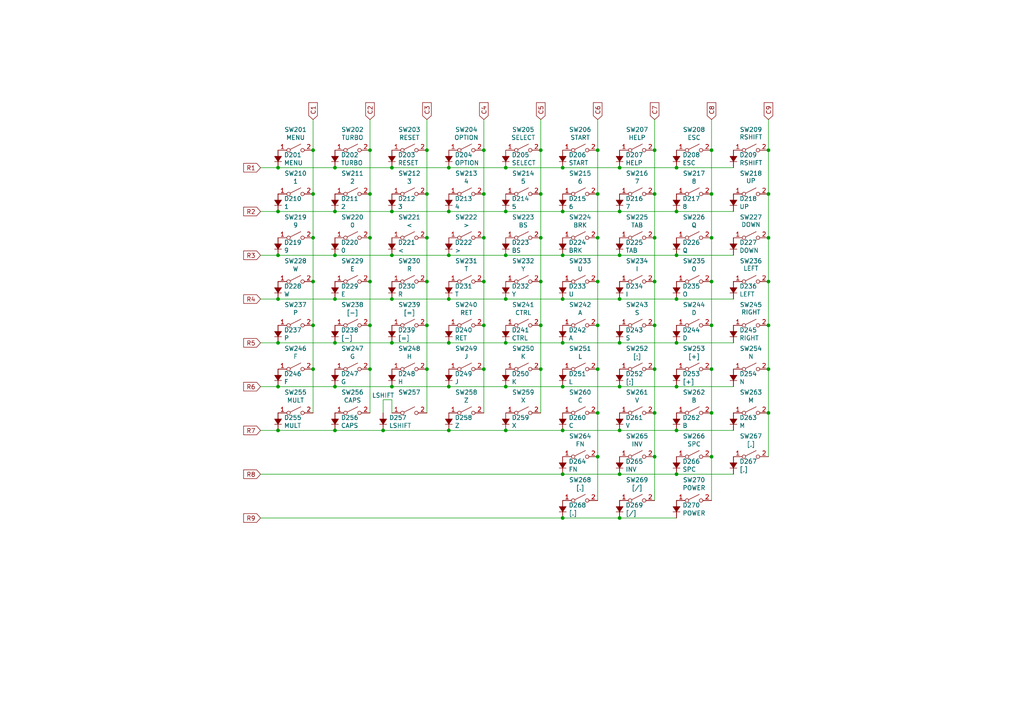
<source format=kicad_sch>
(kicad_sch (version 20211123) (generator eeschema)
  (paper "A4")
  (lib_symbols
    (symbol "Switch:SW_SPST" (pin_names (offset 0) hide)
      (property "Reference" "SW" (at 0 3.175 0))
      (property "Value" "SW_SPST" (at 0 -2.54 0))
      (symbol "SW_SPST_0_0"
        (circle (center -2.032 0) (radius 0.508))
        (polyline (pts (xy -1.524 0.254) (xy 1.524 1.778)))
        (circle (center 2.032 0) (radius 0.508))
      )
      (symbol "SW_SPST_1_1"
        (pin passive line (at -5.08 0 0) (length 2.54) (name "A") (number "1"))
        (pin passive line (at 5.08 0 180) (length 2.54) (name "B") (number "2"))
      )
    )
    (symbol "atari-keyboard-rescue:D_Small_ALT-Device" (pin_numbers hide) (pin_names (offset 0.254) hide)
      (property "Reference" "D" (at -1.27 2.032 0))
      (property "Value" "D_Small_ALT-Device" (at -3.81 -2.032 0))
      (symbol "D_Small_ALT-Device_0_1"
        (polyline (pts (xy -0.762 -1.016) (xy -0.762 1.016)))
        (polyline (pts (xy -0.762 0) (xy 0.762 0)))
        (polyline (pts (xy 0.762 -1.016) (xy -0.762 0) (xy 0.762 1.016) (xy 0.762 -1.016)) (fill (type outline)))
      )
      (symbol "D_Small_ALT-Device_1_1"
        (pin passive line (at -2.54 0 0) (length 1.778) (name "K") (number "1"))
        (pin passive line (at 2.54 0 180) (length 1.778) (name "A") (number "2"))
      )
    )
  )
  (junction (at 163.195 74.041))
  (junction (at 80.645 112.141))
  (junction (at 196.215 74.041))
  (junction (at 173.355 81.661))
  (junction (at 156.845 43.561))
  (junction (at 90.805 81.661))
  (junction (at 163.195 61.341))
  (junction (at 97.155 112.141))
  (junction (at 80.645 99.441))
  (junction (at 189.865 94.361))
  (junction (at 173.355 132.461))
  (junction (at 179.705 86.741))
  (junction (at 123.825 107.061))
  (junction (at 113.665 99.441))
  (junction (at 113.665 48.641))
  (junction (at 111.125 124.841))
  (junction (at 130.175 124.841))
  (junction (at 163.195 99.441))
  (junction (at 196.215 48.641))
  (junction (at 173.355 119.761))
  (junction (at 146.685 61.341))
  (junction (at 140.335 68.961))
  (junction (at 90.805 43.561))
  (junction (at 189.865 132.461))
  (junction (at 163.195 137.541))
  (junction (at 206.375 94.361))
  (junction (at 80.645 48.641))
  (junction (at 179.705 124.841))
  (junction (at 189.865 119.761))
  (junction (at 107.315 43.561))
  (junction (at 173.355 94.361))
  (junction (at 163.195 86.741))
  (junction (at 80.645 74.041))
  (junction (at 146.685 112.141))
  (junction (at 146.685 99.441))
  (junction (at 156.845 68.961))
  (junction (at 107.315 107.061))
  (junction (at 179.705 99.441))
  (junction (at 130.175 61.341))
  (junction (at 206.375 119.761))
  (junction (at 222.885 81.661))
  (junction (at 90.805 107.061))
  (junction (at 123.825 81.661))
  (junction (at 80.645 86.741))
  (junction (at 140.335 94.361))
  (junction (at 146.685 48.641))
  (junction (at 123.825 43.561))
  (junction (at 130.175 99.441))
  (junction (at 97.155 48.641))
  (junction (at 156.845 56.261))
  (junction (at 146.685 74.041))
  (junction (at 107.315 94.361))
  (junction (at 179.705 150.241))
  (junction (at 163.195 48.641))
  (junction (at 90.805 56.261))
  (junction (at 107.315 81.661))
  (junction (at 206.375 43.561))
  (junction (at 123.825 56.261))
  (junction (at 196.215 137.541))
  (junction (at 140.335 43.561))
  (junction (at 113.665 112.141))
  (junction (at 97.155 74.041))
  (junction (at 156.845 107.061))
  (junction (at 113.665 61.341))
  (junction (at 130.175 74.041))
  (junction (at 206.375 107.061))
  (junction (at 206.375 132.461))
  (junction (at 196.215 99.441))
  (junction (at 113.665 86.741))
  (junction (at 97.155 86.741))
  (junction (at 163.195 124.841))
  (junction (at 123.825 94.361))
  (junction (at 97.155 61.341))
  (junction (at 146.685 124.841))
  (junction (at 196.215 61.341))
  (junction (at 173.355 68.961))
  (junction (at 80.645 124.841))
  (junction (at 222.885 56.261))
  (junction (at 140.335 81.661))
  (junction (at 222.885 94.361))
  (junction (at 156.845 81.661))
  (junction (at 173.355 107.061))
  (junction (at 173.355 43.561))
  (junction (at 206.375 81.661))
  (junction (at 222.885 68.961))
  (junction (at 107.315 68.961))
  (junction (at 107.315 56.261))
  (junction (at 90.805 68.961))
  (junction (at 97.155 99.441))
  (junction (at 156.845 94.361))
  (junction (at 130.175 48.641))
  (junction (at 173.355 56.261))
  (junction (at 179.705 61.341))
  (junction (at 163.195 150.241))
  (junction (at 222.885 107.061))
  (junction (at 189.865 43.561))
  (junction (at 140.335 107.061))
  (junction (at 206.375 56.261))
  (junction (at 80.645 61.341))
  (junction (at 146.685 86.741))
  (junction (at 189.865 68.961))
  (junction (at 130.175 112.141))
  (junction (at 179.705 112.141))
  (junction (at 222.885 43.561))
  (junction (at 196.215 112.141))
  (junction (at 189.865 81.661))
  (junction (at 196.215 86.741))
  (junction (at 206.375 68.961))
  (junction (at 140.335 56.261))
  (junction (at 123.825 68.961))
  (junction (at 222.885 119.761))
  (junction (at 179.705 48.641))
  (junction (at 90.805 94.361))
  (junction (at 189.865 107.061))
  (junction (at 113.665 74.041))
  (junction (at 196.215 124.841))
  (junction (at 179.705 137.541))
  (junction (at 179.705 74.041))
  (junction (at 189.865 56.261))
  (junction (at 97.155 124.841))
  (junction (at 163.195 112.141))
  (junction (at 130.175 86.741))
  (wire (pts (xy 75.565 124.841) (xy 80.645 124.841)))
  (wire (pts (xy 90.805 56.261) (xy 90.805 68.961)))
  (wire (pts (xy 179.705 112.141) (xy 196.215 112.141)))
  (wire (pts (xy 163.195 124.841) (xy 179.705 124.841)))
  (wire (pts (xy 107.315 68.961) (xy 107.315 81.661)))
  (wire (pts (xy 113.665 115.951) (xy 113.665 119.761)))
  (wire (pts (xy 111.125 115.951) (xy 111.125 119.761)))
  (wire (pts (xy 163.195 137.541) (xy 179.705 137.541)))
  (wire (pts (xy 222.885 56.261) (xy 222.885 68.961)))
  (wire (pts (xy 156.845 94.361) (xy 156.845 107.061)))
  (wire (pts (xy 123.825 56.261) (xy 123.825 68.961)))
  (wire (pts (xy 196.215 112.141) (xy 212.725 112.141)))
  (wire (pts (xy 140.335 68.961) (xy 140.335 81.661)))
  (wire (pts (xy 206.375 43.561) (xy 206.375 56.261)))
  (wire (pts (xy 222.885 81.661) (xy 222.885 94.361)))
  (wire (pts (xy 179.705 150.241) (xy 196.215 150.241)))
  (wire (pts (xy 97.155 74.041) (xy 113.665 74.041)))
  (wire (pts (xy 179.705 137.541) (xy 196.215 137.541)))
  (wire (pts (xy 222.885 107.061) (xy 222.885 119.761)))
  (wire (pts (xy 179.705 124.841) (xy 196.215 124.841)))
  (wire (pts (xy 123.825 34.671) (xy 123.825 43.561)))
  (wire (pts (xy 80.645 74.041) (xy 97.155 74.041)))
  (wire (pts (xy 156.845 68.961) (xy 156.845 81.661)))
  (wire (pts (xy 80.645 124.841) (xy 97.155 124.841)))
  (wire (pts (xy 75.565 48.641) (xy 80.645 48.641)))
  (wire (pts (xy 189.865 56.261) (xy 189.865 68.961)))
  (wire (pts (xy 146.685 124.841) (xy 163.195 124.841)))
  (wire (pts (xy 123.825 43.561) (xy 123.825 56.261)))
  (wire (pts (xy 140.335 34.671) (xy 140.335 43.561)))
  (wire (pts (xy 222.885 68.961) (xy 222.885 81.661)))
  (wire (pts (xy 107.315 94.361) (xy 107.315 107.061)))
  (wire (pts (xy 179.705 99.441) (xy 196.215 99.441)))
  (wire (pts (xy 146.685 61.341) (xy 163.195 61.341)))
  (wire (pts (xy 189.865 119.761) (xy 189.865 132.461)))
  (wire (pts (xy 80.645 61.341) (xy 97.155 61.341)))
  (wire (pts (xy 90.805 43.561) (xy 90.805 56.261)))
  (wire (pts (xy 179.705 74.041) (xy 196.215 74.041)))
  (wire (pts (xy 130.175 112.141) (xy 146.685 112.141)))
  (wire (pts (xy 75.565 86.741) (xy 80.645 86.741)))
  (wire (pts (xy 113.665 74.041) (xy 130.175 74.041)))
  (wire (pts (xy 189.865 132.461) (xy 189.865 145.161)))
  (wire (pts (xy 173.355 132.461) (xy 173.355 145.161)))
  (wire (pts (xy 123.825 107.061) (xy 123.825 119.761)))
  (wire (pts (xy 97.155 112.141) (xy 113.665 112.141)))
  (wire (pts (xy 113.665 86.741) (xy 130.175 86.741)))
  (wire (pts (xy 222.885 43.561) (xy 222.885 56.261)))
  (wire (pts (xy 189.865 34.671) (xy 189.865 43.561)))
  (wire (pts (xy 90.805 94.361) (xy 90.805 107.061)))
  (wire (pts (xy 75.565 74.041) (xy 80.645 74.041)))
  (wire (pts (xy 97.155 48.641) (xy 113.665 48.641)))
  (wire (pts (xy 107.315 81.661) (xy 107.315 94.361)))
  (wire (pts (xy 130.175 86.741) (xy 146.685 86.741)))
  (wire (pts (xy 80.645 86.741) (xy 97.155 86.741)))
  (wire (pts (xy 206.375 34.671) (xy 206.375 43.561)))
  (wire (pts (xy 90.805 68.961) (xy 90.805 81.661)))
  (wire (pts (xy 189.865 107.061) (xy 189.865 119.761)))
  (wire (pts (xy 196.215 74.041) (xy 196.215 72.771)))
  (wire (pts (xy 222.885 94.361) (xy 222.885 107.061)))
  (wire (pts (xy 196.215 48.641) (xy 212.725 48.641)))
  (wire (pts (xy 206.375 68.961) (xy 206.375 81.661)))
  (wire (pts (xy 196.215 137.541) (xy 212.725 137.541)))
  (wire (pts (xy 173.355 68.961) (xy 173.355 81.661)))
  (wire (pts (xy 80.645 48.641) (xy 97.155 48.641)))
  (wire (pts (xy 179.705 61.341) (xy 196.215 61.341)))
  (wire (pts (xy 163.195 86.741) (xy 179.705 86.741)))
  (wire (pts (xy 75.565 112.141) (xy 80.645 112.141)))
  (wire (pts (xy 179.705 86.741) (xy 196.215 86.741)))
  (wire (pts (xy 173.355 56.261) (xy 173.355 68.961)))
  (wire (pts (xy 90.805 107.061) (xy 90.805 119.761)))
  (wire (pts (xy 163.195 150.241) (xy 179.705 150.241)))
  (wire (pts (xy 146.685 86.741) (xy 163.195 86.741)))
  (wire (pts (xy 156.845 56.261) (xy 156.845 68.961)))
  (wire (pts (xy 156.845 43.561) (xy 156.845 56.261)))
  (wire (pts (xy 222.885 119.761) (xy 222.885 132.461)))
  (wire (pts (xy 179.705 48.641) (xy 196.215 48.641)))
  (wire (pts (xy 206.375 81.661) (xy 206.375 94.361)))
  (wire (pts (xy 196.215 124.841) (xy 212.725 124.841)))
  (wire (pts (xy 97.155 86.741) (xy 113.665 86.741)))
  (wire (pts (xy 206.375 107.061) (xy 206.375 119.761)))
  (wire (pts (xy 163.195 48.641) (xy 179.705 48.641)))
  (wire (pts (xy 113.665 61.341) (xy 130.175 61.341)))
  (wire (pts (xy 80.645 112.141) (xy 97.155 112.141)))
  (wire (pts (xy 75.565 137.541) (xy 163.195 137.541)))
  (wire (pts (xy 80.645 99.441) (xy 97.155 99.441)))
  (wire (pts (xy 189.865 43.561) (xy 189.865 56.261)))
  (wire (pts (xy 173.355 107.061) (xy 173.355 119.761)))
  (wire (pts (xy 97.155 99.441) (xy 113.665 99.441)))
  (wire (pts (xy 107.315 34.671) (xy 107.315 43.561)))
  (wire (pts (xy 123.825 94.361) (xy 123.825 107.061)))
  (wire (pts (xy 140.335 94.361) (xy 140.335 107.061)))
  (wire (pts (xy 97.155 124.841) (xy 111.125 124.841)))
  (wire (pts (xy 75.565 99.441) (xy 80.645 99.441)))
  (wire (pts (xy 163.195 99.441) (xy 179.705 99.441)))
  (wire (pts (xy 163.195 74.041) (xy 179.705 74.041)))
  (wire (pts (xy 107.315 107.061) (xy 107.315 119.761)))
  (wire (pts (xy 107.315 43.561) (xy 107.315 56.261)))
  (wire (pts (xy 173.355 43.561) (xy 173.355 56.261)))
  (wire (pts (xy 75.565 61.341) (xy 80.645 61.341)))
  (wire (pts (xy 173.355 119.761) (xy 173.355 132.461)))
  (wire (pts (xy 146.685 112.141) (xy 163.195 112.141)))
  (wire (pts (xy 130.175 124.841) (xy 146.685 124.841)))
  (wire (pts (xy 189.865 94.361) (xy 189.865 107.061)))
  (wire (pts (xy 140.335 107.061) (xy 140.335 119.761)))
  (wire (pts (xy 113.665 112.141) (xy 130.175 112.141)))
  (wire (pts (xy 90.805 34.671) (xy 90.805 43.561)))
  (wire (pts (xy 111.125 124.841) (xy 130.175 124.841)))
  (wire (pts (xy 156.845 34.671) (xy 156.845 43.561)))
  (wire (pts (xy 163.195 61.341) (xy 179.705 61.341)))
  (wire (pts (xy 156.845 81.661) (xy 156.845 94.361)))
  (wire (pts (xy 130.175 74.041) (xy 146.685 74.041)))
  (wire (pts (xy 140.335 81.661) (xy 140.335 94.361)))
  (wire (pts (xy 123.825 68.961) (xy 123.825 81.661)))
  (wire (pts (xy 196.215 74.041) (xy 212.725 74.041)))
  (wire (pts (xy 206.375 119.761) (xy 206.375 132.461)))
  (wire (pts (xy 97.155 61.341) (xy 113.665 61.341)))
  (wire (pts (xy 146.685 99.441) (xy 163.195 99.441)))
  (wire (pts (xy 222.885 34.671) (xy 222.885 43.561)))
  (wire (pts (xy 107.315 56.261) (xy 107.315 68.961)))
  (wire (pts (xy 196.215 99.441) (xy 212.725 99.441)))
  (wire (pts (xy 163.195 112.141) (xy 179.705 112.141)))
  (wire (pts (xy 156.845 107.061) (xy 156.845 119.761)))
  (wire (pts (xy 75.565 150.241) (xy 163.195 150.241)))
  (wire (pts (xy 189.865 68.961) (xy 189.865 81.661)))
  (wire (pts (xy 90.805 81.661) (xy 90.805 94.361)))
  (wire (pts (xy 196.215 86.741) (xy 212.725 86.741)))
  (wire (pts (xy 173.355 94.361) (xy 173.355 107.061)))
  (wire (pts (xy 113.665 48.641) (xy 130.175 48.641)))
  (wire (pts (xy 123.825 81.661) (xy 123.825 94.361)))
  (wire (pts (xy 130.175 61.341) (xy 146.685 61.341)))
  (wire (pts (xy 146.685 48.641) (xy 163.195 48.641)))
  (wire (pts (xy 113.665 99.441) (xy 130.175 99.441)))
  (wire (pts (xy 173.355 34.671) (xy 173.355 43.561)))
  (wire (pts (xy 146.685 74.041) (xy 163.195 74.041)))
  (wire (pts (xy 113.665 115.951) (xy 111.125 115.951)))
  (wire (pts (xy 189.865 81.661) (xy 189.865 94.361)))
  (wire (pts (xy 140.335 56.261) (xy 140.335 68.961)))
  (wire (pts (xy 130.175 48.641) (xy 146.685 48.641)))
  (wire (pts (xy 140.335 43.561) (xy 140.335 56.261)))
  (wire (pts (xy 206.375 132.461) (xy 206.375 145.161)))
  (wire (pts (xy 206.375 94.361) (xy 206.375 107.061)))
  (wire (pts (xy 130.175 99.441) (xy 146.685 99.441)))
  (wire (pts (xy 196.215 61.341) (xy 212.725 61.341)))
  (wire (pts (xy 206.375 56.261) (xy 206.375 68.961)))
  (wire (pts (xy 173.355 81.661) (xy 173.355 94.361)))
  (global_label "R3" (shape input) (at 75.565 74.041 180) (property "Intersheet References" "${INTERSHEET_REFS}" (effects hide)))
  (global_label "R8" (shape input) (at 75.565 137.541 180) (property "Intersheet References" "${INTERSHEET_REFS}" (effects hide)))
  (global_label "C7" (shape input) (at 189.865 34.671 90) (property "Intersheet References" "${INTERSHEET_REFS}" (effects hide)))
  (global_label "C4" (shape input) (at 140.335 34.671 90) (property "Intersheet References" "${INTERSHEET_REFS}" (effects hide)))
  (global_label "R9" (shape input) (at 75.565 150.241 180) (property "Intersheet References" "${INTERSHEET_REFS}" (effects hide)))
  (global_label "C3" (shape input) (at 123.825 34.671 90) (property "Intersheet References" "${INTERSHEET_REFS}" (effects hide)))
  (global_label "R6" (shape input) (at 75.565 112.141 180) (property "Intersheet References" "${INTERSHEET_REFS}" (effects hide)))
  (global_label "C9" (shape input) (at 222.885 34.671 90) (property "Intersheet References" "${INTERSHEET_REFS}" (effects hide)))
  (global_label "C2" (shape input) (at 107.315 34.671 90) (property "Intersheet References" "${INTERSHEET_REFS}" (effects hide)))
  (global_label "C1" (shape input) (at 90.805 34.671 90) (property "Intersheet References" "${INTERSHEET_REFS}" (effects hide)))
  (global_label "R5" (shape input) (at 75.565 99.441 180) (property "Intersheet References" "${INTERSHEET_REFS}" (effects hide)))
  (global_label "C5" (shape input) (at 156.845 34.671 90) (property "Intersheet References" "${INTERSHEET_REFS}" (effects hide)))
  (global_label "R2" (shape input) (at 75.565 61.341 180) (property "Intersheet References" "${INTERSHEET_REFS}" (effects hide)))
  (global_label "R7" (shape input) (at 75.565 124.841 180) (property "Intersheet References" "${INTERSHEET_REFS}" (effects hide)))
  (global_label "R1" (shape input) (at 75.565 48.641 180) (property "Intersheet References" "${INTERSHEET_REFS}" (effects hide)))
  (global_label "C8" (shape input) (at 206.375 34.671 90) (property "Intersheet References" "${INTERSHEET_REFS}" (effects hide)))
  (global_label "R4" (shape input) (at 75.565 86.741 180) (property "Intersheet References" "${INTERSHEET_REFS}" (effects hide)))
  (global_label "C6" (shape input) (at 173.355 34.671 90) (property "Intersheet References" "${INTERSHEET_REFS}" (effects hide)))
  (symbol (lib_id "atari-keyboard-rescue:D_Small_ALT-Device") (at 179.705 58.801 90) (unit 1)
    (property "Reference" "D216" (at 181.4322 57.6326 90) (effects (justify right)))
    (property "Value" "7" (at 181.4322 59.944 90) (effects (justify right)))
    (property "Footprint" "keebio:Diode-dual" (effects hide))
  )
  (symbol (lib_id "atari-keyboard-rescue:D_Small_ALT-Device") (at 196.215 96.901 90) (unit 1)
    (property "Reference" "D244" (at 197.9422 95.7326 90) (effects (justify right)))
    (property "Value" "D" (at 197.9422 98.044 90) (effects (justify right)))
    (property "Footprint" "keebio:Diode-dual" (effects hide))
  )
  (symbol (lib_id "atari-keyboard-rescue:D_Small_ALT-Device") (at 97.155 58.801 90) (unit 1)
    (property "Reference" "D211" (at 98.8822 57.6326 90) (effects (justify right)))
    (property "Value" "2" (at 98.8822 59.944 90) (effects (justify right)))
    (property "Footprint" "keebio:Diode-dual" (effects hide))
  )
  (symbol (lib_id "Switch:SW_SPST") (at 184.785 94.361 0) (unit 1)
    (property "Reference" "SW243" (at 184.785 88.392 0))
    (property "Value" "S" (at 184.785 90.7034 0))
    (property "Footprint" "Button_Switch_Keyboard:SW_Cherry_MX_1.00u_PCB" (effects hide))
  )
  (symbol (lib_id "atari-keyboard-rescue:D_Small_ALT-Device") (at 130.175 96.901 90) (unit 1)
    (property "Reference" "D240" (at 131.9022 95.7326 90) (effects (justify right)))
    (property "Value" "RET" (at 131.9022 98.044 90) (effects (justify right)))
    (property "Footprint" "keebio:Diode-dual" (effects hide))
  )
  (symbol (lib_id "atari-keyboard-rescue:D_Small_ALT-Device") (at 97.155 71.501 90) (unit 1)
    (property "Reference" "D220" (at 98.8822 70.3326 90) (effects (justify right)))
    (property "Value" "0" (at 98.8822 72.644 90) (effects (justify right)))
    (property "Footprint" "keebio:Diode-dual" (effects hide))
  )
  (symbol (lib_id "atari-keyboard-rescue:D_Small_ALT-Device") (at 130.175 109.601 90) (unit 1)
    (property "Reference" "D249" (at 131.9022 108.4326 90) (effects (justify right)))
    (property "Value" "J" (at 131.9022 110.744 90) (effects (justify right)))
    (property "Footprint" "keebio:Diode-dual" (effects hide))
  )
  (symbol (lib_id "atari-keyboard-rescue:D_Small_ALT-Device") (at 146.685 71.501 90) (unit 1)
    (property "Reference" "D223" (at 148.4122 70.3326 90) (effects (justify right)))
    (property "Value" "BS" (at 148.4122 72.644 90) (effects (justify right)))
    (property "Footprint" "keebio:Diode-dual" (effects hide))
  )
  (symbol (lib_id "atari-keyboard-rescue:D_Small_ALT-Device") (at 80.645 96.901 90) (unit 1)
    (property "Reference" "D237" (at 82.3722 95.7326 90) (effects (justify right)))
    (property "Value" "P" (at 82.3722 98.044 90) (effects (justify right)))
    (property "Footprint" "keebio:Diode-dual" (effects hide))
  )
  (symbol (lib_id "atari-keyboard-rescue:D_Small_ALT-Device") (at 179.705 109.601 90) (unit 1)
    (property "Reference" "D252" (at 181.4322 108.4326 90) (effects (justify right)))
    (property "Value" "[;]" (at 181.4322 110.744 90) (effects (justify right)))
    (property "Footprint" "keebio:Diode-dual" (effects hide))
  )
  (symbol (lib_id "atari-keyboard-rescue:D_Small_ALT-Device") (at 146.685 96.901 90) (unit 1)
    (property "Reference" "D241" (at 148.4122 95.7326 90) (effects (justify right)))
    (property "Value" "CTRL" (at 148.4122 98.044 90) (effects (justify right)))
    (property "Footprint" "keebio:Diode-dual" (effects hide))
  )
  (symbol (lib_id "Switch:SW_SPST") (at 201.295 107.061 0) (unit 1)
    (property "Reference" "SW253" (at 201.295 101.092 0))
    (property "Value" "[+]" (at 201.295 103.4034 0))
    (property "Footprint" "Button_Switch_Keyboard:SW_Cherry_MX_1.00u_PCB" (effects hide))
  )
  (symbol (lib_id "Switch:SW_SPST") (at 85.725 94.361 0) (unit 1)
    (property "Reference" "SW237" (at 85.725 88.392 0))
    (property "Value" "P" (at 85.725 90.7034 0))
    (property "Footprint" "Button_Switch_Keyboard:SW_Cherry_MX_1.00u_PCB" (effects hide))
  )
  (symbol (lib_id "Switch:SW_SPST") (at 201.295 132.461 0) (unit 1)
    (property "Reference" "SW266" (at 201.295 126.492 0))
    (property "Value" "SPC" (at 201.295 128.8034 0))
    (property "Footprint" "Button_Switch_Keyboard:SW_Cherry_MX_6.25u_PCB" (effects hide))
  )
  (symbol (lib_id "atari-keyboard-rescue:D_Small_ALT-Device") (at 163.195 109.601 90) (unit 1)
    (property "Reference" "D251" (at 164.9222 108.4326 90) (effects (justify right)))
    (property "Value" "L" (at 164.9222 110.744 90) (effects (justify right)))
    (property "Footprint" "keebio:Diode-dual" (effects hide))
  )
  (symbol (lib_id "Switch:SW_SPST") (at 201.295 119.761 0) (unit 1)
    (property "Reference" "SW262" (at 201.295 113.792 0))
    (property "Value" "B" (at 201.295 116.1034 0))
    (property "Footprint" "Button_Switch_Keyboard:SW_Cherry_MX_1.00u_PCB" (effects hide))
  )
  (symbol (lib_id "Switch:SW_SPST") (at 102.235 43.561 0) (unit 1)
    (property "Reference" "SW202" (at 102.235 37.592 0))
    (property "Value" "TURBO" (at 102.235 39.9034 0))
    (property "Footprint" "Button_Switch_Keyboard:SW_Cherry_MX_1.00u_PCB" (effects hide))
  )
  (symbol (lib_id "Switch:SW_SPST") (at 102.235 119.761 0) (unit 1)
    (property "Reference" "SW256" (at 102.235 113.792 0))
    (property "Value" "CAPS" (at 102.235 116.1034 0))
    (property "Footprint" "Button_Switch_Keyboard:SW_Cherry_MX_1.25u_PCB" (effects hide))
  )
  (symbol (lib_id "atari-keyboard-rescue:D_Small_ALT-Device") (at 163.195 58.801 90) (unit 1)
    (property "Reference" "D215" (at 164.9222 57.6326 90) (effects (justify right)))
    (property "Value" "6" (at 164.9222 59.944 90) (effects (justify right)))
    (property "Footprint" "keebio:Diode-dual" (effects hide))
  )
  (symbol (lib_id "Switch:SW_SPST") (at 184.785 43.561 0) (unit 1)
    (property "Reference" "SW207" (at 184.785 37.592 0))
    (property "Value" "HELP" (at 184.785 39.9034 0))
    (property "Footprint" "Button_Switch_Keyboard:SW_Cherry_MX_1.00u_PCB" (effects hide))
  )
  (symbol (lib_id "atari-keyboard-rescue:D_Small_ALT-Device") (at 163.195 84.201 90) (unit 1)
    (property "Reference" "D233" (at 164.9222 83.0326 90) (effects (justify right)))
    (property "Value" "U" (at 164.9222 85.344 90) (effects (justify right)))
    (property "Footprint" "keebio:Diode-dual" (effects hide))
  )
  (symbol (lib_id "atari-keyboard-rescue:D_Small_ALT-Device") (at 130.175 46.101 90) (unit 1)
    (property "Reference" "D204" (at 131.9022 44.9326 90) (effects (justify right)))
    (property "Value" "OPTION" (at 131.9022 47.244 90) (effects (justify right)))
    (property "Footprint" "keebio:Diode-dual" (effects hide))
  )
  (symbol (lib_id "Switch:SW_SPST") (at 102.235 94.361 0) (unit 1)
    (property "Reference" "SW238" (at 102.235 88.392 0))
    (property "Value" "[-]" (at 102.235 90.7034 0))
    (property "Footprint" "Button_Switch_Keyboard:SW_Cherry_MX_1.00u_PCB" (effects hide))
  )
  (symbol (lib_id "Switch:SW_SPST") (at 201.295 56.261 0) (unit 1)
    (property "Reference" "SW217" (at 201.295 50.292 0))
    (property "Value" "8" (at 201.295 52.6034 0))
    (property "Footprint" "Button_Switch_Keyboard:SW_Cherry_MX_1.00u_PCB" (effects hide))
  )
  (symbol (lib_id "atari-keyboard-rescue:D_Small_ALT-Device") (at 212.725 96.901 90) (unit 1)
    (property "Reference" "D245" (at 214.4522 95.7326 90) (effects (justify right)))
    (property "Value" "RIGHT" (at 214.4522 98.044 90) (effects (justify right)))
    (property "Footprint" "keebio:Diode-dual" (effects hide))
  )
  (symbol (lib_id "Switch:SW_SPST") (at 217.805 43.561 0) (unit 1)
    (property "Reference" "SW209" (at 217.805 37.592 0))
    (property "Value" "RSHIFT" (at 217.805 39.751 0))
    (property "Footprint" "Button_Switch_Keyboard:SW_Cherry_MX_1.75u_PCB" (effects hide))
  )
  (symbol (lib_id "atari-keyboard-rescue:D_Small_ALT-Device") (at 130.175 122.301 90) (unit 1)
    (property "Reference" "D258" (at 131.9022 121.1326 90) (effects (justify right)))
    (property "Value" "Z" (at 131.9022 123.444 90) (effects (justify right)))
    (property "Footprint" "keebio:Diode-dual" (effects hide))
  )
  (symbol (lib_id "atari-keyboard-rescue:D_Small_ALT-Device") (at 179.705 147.701 90) (unit 1)
    (property "Reference" "D269" (at 181.4322 146.5326 90) (effects (justify right)))
    (property "Value" "[/]" (at 181.4322 148.844 90) (effects (justify right)))
    (property "Footprint" "keebio:Diode-dual" (effects hide))
  )
  (symbol (lib_id "Switch:SW_SPST") (at 168.275 68.961 0) (unit 1)
    (property "Reference" "SW224" (at 168.275 62.992 0))
    (property "Value" "BRK" (at 168.275 65.3034 0))
    (property "Footprint" "Button_Switch_Keyboard:SW_Cherry_MX_1.00u_PCB" (effects hide))
  )
  (symbol (lib_id "atari-keyboard-rescue:D_Small_ALT-Device") (at 97.155 46.101 90) (unit 1)
    (property "Reference" "D202" (at 98.8822 44.9326 90) (effects (justify right)))
    (property "Value" "TURBO" (at 98.8822 47.244 90) (effects (justify right)))
    (property "Footprint" "keebio:Diode-dual" (effects hide))
  )
  (symbol (lib_id "Switch:SW_SPST") (at 201.295 145.161 0) (unit 1)
    (property "Reference" "SW270" (at 201.295 139.192 0))
    (property "Value" "POWER" (at 201.295 141.5034 0))
    (property "Footprint" "Button_Switch_Keyboard:SW_Cherry_MX_1.00u_PCB" (effects hide))
  )
  (symbol (lib_id "Switch:SW_SPST") (at 102.235 107.061 0) (unit 1)
    (property "Reference" "SW247" (at 102.235 101.092 0))
    (property "Value" "G" (at 102.235 103.4034 0))
    (property "Footprint" "Button_Switch_Keyboard:SW_Cherry_MX_1.00u_PCB" (effects hide))
  )
  (symbol (lib_id "atari-keyboard-rescue:D_Small_ALT-Device") (at 113.665 96.901 90) (unit 1)
    (property "Reference" "D239" (at 115.3922 95.7326 90) (effects (justify right)))
    (property "Value" "[=]" (at 115.3922 98.044 90) (effects (justify right)))
    (property "Footprint" "keebio:Diode-dual" (effects hide))
  )
  (symbol (lib_id "Switch:SW_SPST") (at 135.255 94.361 0) (unit 1)
    (property "Reference" "SW240" (at 135.255 88.392 0))
    (property "Value" "RET" (at 135.255 90.7034 0))
    (property "Footprint" "Button_Switch_Keyboard:SW_Cherry_MX_1.50u_PCB" (effects hide))
  )
  (symbol (lib_id "atari-keyboard-rescue:D_Small_ALT-Device") (at 97.155 122.301 90) (unit 1)
    (property "Reference" "D256" (at 98.8822 121.1326 90) (effects (justify right)))
    (property "Value" "CAPS" (at 98.8822 123.444 90) (effects (justify right)))
    (property "Footprint" "keebio:Diode-dual" (effects hide))
  )
  (symbol (lib_id "atari-keyboard-rescue:D_Small_ALT-Device") (at 146.685 109.601 90) (unit 1)
    (property "Reference" "D250" (at 148.4122 108.4326 90) (effects (justify right)))
    (property "Value" "K" (at 148.4122 110.744 90) (effects (justify right)))
    (property "Footprint" "keebio:Diode-dual" (effects hide))
  )
  (symbol (lib_id "atari-keyboard-rescue:D_Small_ALT-Device") (at 179.705 96.901 90) (unit 1)
    (property "Reference" "D243" (at 181.4322 95.7326 90) (effects (justify right)))
    (property "Value" "S" (at 181.4322 98.044 90) (effects (justify right)))
    (property "Footprint" "keebio:Diode-dual" (effects hide))
  )
  (symbol (lib_id "Switch:SW_SPST") (at 168.275 132.461 0) (unit 1)
    (property "Reference" "SW264" (at 168.275 126.492 0))
    (property "Value" "FN" (at 168.275 128.8034 0))
    (property "Footprint" "Button_Switch_Keyboard:SW_Cherry_MX_1.75u_PCB" (effects hide))
  )
  (symbol (lib_id "Switch:SW_SPST") (at 201.295 43.561 0) (unit 1)
    (property "Reference" "SW208" (at 201.295 37.592 0))
    (property "Value" "ESC" (at 201.295 39.9034 0))
    (property "Footprint" "Button_Switch_Keyboard:SW_Cherry_MX_1.25u_PCB" (effects hide))
  )
  (symbol (lib_id "Switch:SW_SPST") (at 118.745 81.661 0) (unit 1)
    (property "Reference" "SW230" (at 118.745 75.692 0))
    (property "Value" "R" (at 118.745 78.0034 0))
    (property "Footprint" "Button_Switch_Keyboard:SW_Cherry_MX_1.00u_PCB" (effects hide))
  )
  (symbol (lib_id "atari-keyboard-rescue:D_Small_ALT-Device") (at 196.215 71.501 90) (unit 1)
    (property "Reference" "D226" (at 197.9422 70.3326 90) (effects (justify right)))
    (property "Value" "Q" (at 197.9422 72.644 90) (effects (justify right)))
    (property "Footprint" "keebio:Diode-dual" (effects hide))
  )
  (symbol (lib_id "Switch:SW_SPST") (at 135.255 119.761 0) (unit 1)
    (property "Reference" "SW258" (at 135.255 113.792 0))
    (property "Value" "Z" (at 135.255 116.1034 0))
    (property "Footprint" "Button_Switch_Keyboard:SW_Cherry_MX_1.00u_PCB" (effects hide))
  )
  (symbol (lib_id "Switch:SW_SPST") (at 151.765 81.661 0) (unit 1)
    (property "Reference" "SW232" (at 151.765 75.692 0))
    (property "Value" "Y" (at 151.765 78.0034 0))
    (property "Footprint" "Button_Switch_Keyboard:SW_Cherry_MX_1.00u_PCB" (effects hide))
  )
  (symbol (lib_id "atari-keyboard-rescue:D_Small_ALT-Device") (at 80.645 122.301 90) (unit 1)
    (property "Reference" "D255" (at 82.3722 121.1326 90) (effects (justify right)))
    (property "Value" "MULT" (at 82.3722 123.444 90) (effects (justify right)))
    (property "Footprint" "keebio:Diode-dual" (effects hide))
  )
  (symbol (lib_id "Switch:SW_SPST") (at 135.255 81.661 0) (unit 1)
    (property "Reference" "SW231" (at 135.255 75.692 0))
    (property "Value" "T" (at 135.255 78.0034 0))
    (property "Footprint" "Button_Switch_Keyboard:SW_Cherry_MX_1.00u_PCB" (effects hide))
  )
  (symbol (lib_id "Switch:SW_SPST") (at 118.745 56.261 0) (unit 1)
    (property "Reference" "SW212" (at 118.745 50.292 0))
    (property "Value" "3" (at 118.745 52.6034 0))
    (property "Footprint" "Button_Switch_Keyboard:SW_Cherry_MX_1.00u_PCB" (effects hide))
  )
  (symbol (lib_id "Switch:SW_SPST") (at 85.725 81.661 0) (unit 1)
    (property "Reference" "SW228" (at 85.725 75.692 0))
    (property "Value" "W" (at 85.725 78.0034 0))
    (property "Footprint" "Button_Switch_Keyboard:SW_Cherry_MX_1.00u_PCB" (effects hide))
  )
  (symbol (lib_id "Switch:SW_SPST") (at 201.295 68.961 0) (unit 1)
    (property "Reference" "SW226" (at 201.295 62.992 0))
    (property "Value" "Q" (at 201.295 65.3034 0))
    (property "Footprint" "Button_Switch_Keyboard:SW_Cherry_MX_1.00u_PCB" (effects hide))
  )
  (symbol (lib_id "atari-keyboard-rescue:D_Small_ALT-Device") (at 146.685 58.801 90) (unit 1)
    (property "Reference" "D214" (at 148.4122 57.6326 90) (effects (justify right)))
    (property "Value" "5" (at 148.4122 59.944 90) (effects (justify right)))
    (property "Footprint" "keebio:Diode-dual" (effects hide))
  )
  (symbol (lib_id "Switch:SW_SPST") (at 201.295 81.661 0) (unit 1)
    (property "Reference" "SW235" (at 201.295 75.692 0))
    (property "Value" "O" (at 201.295 78.0034 0))
    (property "Footprint" "Button_Switch_Keyboard:SW_Cherry_MX_1.00u_PCB" (effects hide))
  )
  (symbol (lib_id "Switch:SW_SPST") (at 85.725 43.561 0) (unit 1)
    (property "Reference" "SW201" (at 85.725 37.592 0))
    (property "Value" "MENU" (at 85.725 39.9034 0))
    (property "Footprint" "Button_Switch_Keyboard:SW_Cherry_MX_1.00u_PCB" (effects hide))
  )
  (symbol (lib_id "atari-keyboard-rescue:D_Small_ALT-Device") (at 179.705 71.501 90) (unit 1)
    (property "Reference" "D225" (at 181.4322 70.3326 90) (effects (justify right)))
    (property "Value" "TAB" (at 181.4322 72.644 90) (effects (justify right)))
    (property "Footprint" "keebio:Diode-dual" (effects hide))
  )
  (symbol (lib_id "Switch:SW_SPST") (at 85.725 56.261 0) (unit 1)
    (property "Reference" "SW210" (at 85.725 50.292 0))
    (property "Value" "1" (at 85.725 52.6034 0))
    (property "Footprint" "Button_Switch_Keyboard:SW_Cherry_MX_1.00u_PCB" (effects hide))
  )
  (symbol (lib_id "atari-keyboard-rescue:D_Small_ALT-Device") (at 113.665 58.801 90) (unit 1)
    (property "Reference" "D212" (at 115.3922 57.6326 90) (effects (justify right)))
    (property "Value" "3" (at 115.3922 59.944 90) (effects (justify right)))
    (property "Footprint" "keebio:Diode-dual" (effects hide))
  )
  (symbol (lib_id "atari-keyboard-rescue:D_Small_ALT-Device") (at 212.725 135.001 90) (unit 1)
    (property "Reference" "D267" (at 214.4522 133.8326 90) (effects (justify right)))
    (property "Value" "[,]" (at 214.4522 136.144 90) (effects (justify right)))
    (property "Footprint" "keebio:Diode-dual" (effects hide))
  )
  (symbol (lib_id "Switch:SW_SPST") (at 217.805 68.961 0) (unit 1)
    (property "Reference" "SW227" (at 217.805 62.992 0))
    (property "Value" "DOWN" (at 217.805 65.151 0))
    (property "Footprint" "Button_Switch_Keyboard:SW_Cherry_MX_1.00u_PCB" (effects hide))
  )
  (symbol (lib_id "atari-keyboard-rescue:D_Small_ALT-Device") (at 179.705 135.001 90) (unit 1)
    (property "Reference" "D265" (at 181.4322 133.8326 90) (effects (justify right)))
    (property "Value" "INV" (at 181.4322 136.144 90) (effects (justify right)))
    (property "Footprint" "keebio:Diode-dual" (effects hide))
  )
  (symbol (lib_id "atari-keyboard-rescue:D_Small_ALT-Device") (at 196.215 84.201 90) (unit 1)
    (property "Reference" "D235" (at 197.9422 83.0326 90) (effects (justify right)))
    (property "Value" "O" (at 197.9422 85.344 90) (effects (justify right)))
    (property "Footprint" "keebio:Diode-dual" (effects hide))
  )
  (symbol (lib_id "Switch:SW_SPST") (at 85.725 68.961 0) (unit 1)
    (property "Reference" "SW219" (at 85.725 62.992 0))
    (property "Value" "9" (at 85.725 65.3034 0))
    (property "Footprint" "Button_Switch_Keyboard:SW_Cherry_MX_1.00u_PCB" (effects hide))
  )
  (symbol (lib_id "atari-keyboard-rescue:D_Small_ALT-Device") (at 146.685 84.201 90) (unit 1)
    (property "Reference" "D232" (at 148.4122 83.0326 90) (effects (justify right)))
    (property "Value" "Y" (at 148.4122 85.344 90) (effects (justify right)))
    (property "Footprint" "keebio:Diode-dual" (effects hide))
  )
  (symbol (lib_id "atari-keyboard-rescue:D_Small_ALT-Device") (at 130.175 58.801 90) (unit 1)
    (property "Reference" "D213" (at 131.9022 57.6326 90) (effects (justify right)))
    (property "Value" "4" (at 131.9022 59.944 90) (effects (justify right)))
    (property "Footprint" "keebio:Diode-dual" (effects hide))
  )
  (symbol (lib_id "Switch:SW_SPST") (at 217.805 56.261 0) (unit 1)
    (property "Reference" "SW218" (at 217.805 50.292 0))
    (property "Value" "UP" (at 217.805 52.451 0))
    (property "Footprint" "Button_Switch_Keyboard:SW_Cherry_MX_1.00u_PCB" (effects hide))
  )
  (symbol (lib_id "atari-keyboard-rescue:D_Small_ALT-Device") (at 196.215 135.001 90) (unit 1)
    (property "Reference" "D266" (at 197.9422 133.8326 90) (effects (justify right)))
    (property "Value" "SPC" (at 197.9422 136.144 90) (effects (justify right)))
    (property "Footprint" "keebio:Diode-dual" (effects hide))
  )
  (symbol (lib_id "Switch:SW_SPST") (at 151.765 119.761 0) (unit 1)
    (property "Reference" "SW259" (at 151.765 113.792 0))
    (property "Value" "X" (at 151.765 116.1034 0))
    (property "Footprint" "Button_Switch_Keyboard:SW_Cherry_MX_1.00u_PCB" (effects hide))
  )
  (symbol (lib_id "atari-keyboard-rescue:D_Small_ALT-Device") (at 196.215 122.301 90) (unit 1)
    (property "Reference" "D262" (at 197.9422 121.1326 90) (effects (justify right)))
    (property "Value" "B" (at 197.9422 123.444 90) (effects (justify right)))
    (property "Footprint" "keebio:Diode-dual" (effects hide))
  )
  (symbol (lib_id "Switch:SW_SPST") (at 184.785 68.961 0) (unit 1)
    (property "Reference" "SW225" (at 184.785 62.992 0))
    (property "Value" "TAB" (at 184.785 65.3034 0))
    (property "Footprint" "Button_Switch_Keyboard:SW_Cherry_MX_1.75u_PCB" (effects hide))
  )
  (symbol (lib_id "Switch:SW_SPST") (at 151.765 107.061 0) (unit 1)
    (property "Reference" "SW250" (at 151.765 101.092 0))
    (property "Value" "K" (at 151.765 103.4034 0))
    (property "Footprint" "Button_Switch_Keyboard:SW_Cherry_MX_1.00u_PCB" (effects hide))
  )
  (symbol (lib_id "atari-keyboard-rescue:D_Small_ALT-Device") (at 163.195 122.301 90) (unit 1)
    (property "Reference" "D260" (at 164.9222 121.1326 90) (effects (justify right)))
    (property "Value" "C" (at 164.9222 123.444 90) (effects (justify right)))
    (property "Footprint" "keebio:Diode-dual" (effects hide))
  )
  (symbol (lib_id "atari-keyboard-rescue:D_Small_ALT-Device") (at 163.195 147.701 90) (unit 1)
    (property "Reference" "D268" (at 164.9222 146.5326 90) (effects (justify right)))
    (property "Value" "[.]" (at 164.9222 148.844 90) (effects (justify right)))
    (property "Footprint" "keebio:Diode-dual" (effects hide))
  )
  (symbol (lib_id "atari-keyboard-rescue:D_Small_ALT-Device") (at 113.665 46.101 90) (unit 1)
    (property "Reference" "D203" (at 115.3922 44.9326 90) (effects (justify right)))
    (property "Value" "RESET" (at 115.3922 47.244 90) (effects (justify right)))
    (property "Footprint" "keebio:Diode-dual" (effects hide))
  )
  (symbol (lib_id "Switch:SW_SPST") (at 151.765 94.361 0) (unit 1)
    (property "Reference" "SW241" (at 151.765 88.392 0))
    (property "Value" "CTRL" (at 151.765 90.7034 0))
    (property "Footprint" "Button_Switch_Keyboard:SW_Cherry_MX_2.00u_PCB" (effects hide))
  )
  (symbol (lib_id "atari-keyboard-rescue:D_Small_ALT-Device") (at 212.725 71.501 90) (unit 1)
    (property "Reference" "D227" (at 214.4522 70.3326 90) (effects (justify right)))
    (property "Value" "DOWN" (at 214.4522 72.644 90) (effects (justify right)))
    (property "Footprint" "keebio:Diode-dual" (effects hide))
  )
  (symbol (lib_id "atari-keyboard-rescue:D_Small_ALT-Device") (at 179.705 122.301 90) (unit 1)
    (property "Reference" "D261" (at 181.4322 121.1326 90) (effects (justify right)))
    (property "Value" "V" (at 181.4322 123.444 90) (effects (justify right)))
    (property "Footprint" "keebio:Diode-dual" (effects hide))
  )
  (symbol (lib_id "Switch:SW_SPST") (at 184.785 56.261 0) (unit 1)
    (property "Reference" "SW216" (at 184.785 50.292 0))
    (property "Value" "7" (at 184.785 52.6034 0))
    (property "Footprint" "Button_Switch_Keyboard:SW_Cherry_MX_1.00u_PCB" (effects hide))
  )
  (symbol (lib_id "Switch:SW_SPST") (at 135.255 107.061 0) (unit 1)
    (property "Reference" "SW249" (at 135.255 101.092 0))
    (property "Value" "J" (at 135.255 103.4034 0))
    (property "Footprint" "Button_Switch_Keyboard:SW_Cherry_MX_1.00u_PCB" (effects hide))
  )
  (symbol (lib_id "Switch:SW_SPST") (at 217.805 81.661 0) (unit 1)
    (property "Reference" "SW236" (at 217.805 75.692 0))
    (property "Value" "LEFT" (at 217.805 77.851 0))
    (property "Footprint" "Button_Switch_Keyboard:SW_Cherry_MX_1.00u_PCB" (effects hide))
  )
  (symbol (lib_id "atari-keyboard-rescue:D_Small_ALT-Device") (at 212.725 58.801 90) (unit 1)
    (property "Reference" "D218" (at 214.4522 57.6326 90) (effects (justify right)))
    (property "Value" "UP" (at 214.4522 59.944 90) (effects (justify right)))
    (property "Footprint" "keebio:Diode-dual" (effects hide))
  )
  (symbol (lib_id "atari-keyboard-rescue:D_Small_ALT-Device") (at 196.215 109.601 90) (unit 1)
    (property "Reference" "D253" (at 197.9422 108.4326 90) (effects (justify right)))
    (property "Value" "[+]" (at 197.9422 110.744 90) (effects (justify right)))
    (property "Footprint" "keebio:Diode-dual" (effects hide))
  )
  (symbol (lib_id "Switch:SW_SPST") (at 168.275 119.761 0) (unit 1)
    (property "Reference" "SW260" (at 168.275 113.792 0))
    (property "Value" "C" (at 168.275 116.1034 0))
    (property "Footprint" "Button_Switch_Keyboard:SW_Cherry_MX_1.00u_PCB" (effects hide))
  )
  (symbol (lib_id "Switch:SW_SPST") (at 168.275 145.161 0) (unit 1)
    (property "Reference" "SW268" (at 168.275 139.192 0))
    (property "Value" "[.]" (at 168.275 141.5034 0))
    (property "Footprint" "Button_Switch_Keyboard:SW_Cherry_MX_1.00u_PCB" (effects hide))
  )
  (symbol (lib_id "Switch:SW_SPST") (at 118.745 119.761 0) (unit 1)
    (property "Reference" "SW257" (at 118.745 113.792 0))
    (property "Value" "LSHIFT" (at 111.125 114.681 0))
    (property "Footprint" "Button_Switch_Keyboard:SW_Cherry_MX_2.25u_PCB" (effects hide))
  )
  (symbol (lib_id "atari-keyboard-rescue:D_Small_ALT-Device") (at 113.665 71.501 90) (unit 1)
    (property "Reference" "D221" (at 115.3922 70.3326 90) (effects (justify right)))
    (property "Value" "<" (at 115.3922 72.644 90) (effects (justify right)))
    (property "Footprint" "keebio:Diode-dual" (effects hide))
  )
  (symbol (lib_id "atari-keyboard-rescue:D_Small_ALT-Device") (at 146.685 122.301 90) (unit 1)
    (property "Reference" "D259" (at 148.4122 121.1326 90) (effects (justify right)))
    (property "Value" "X" (at 148.4122 123.444 90) (effects (justify right)))
    (property "Footprint" "keebio:Diode-dual" (effects hide))
  )
  (symbol (lib_id "Switch:SW_SPST") (at 118.745 94.361 0) (unit 1)
    (property "Reference" "SW239" (at 118.745 88.392 0))
    (property "Value" "[=]" (at 118.745 90.7034 0))
    (property "Footprint" "Button_Switch_Keyboard:SW_Cherry_MX_1.00u_PCB" (effects hide))
  )
  (symbol (lib_id "Switch:SW_SPST") (at 118.745 68.961 0) (unit 1)
    (property "Reference" "SW221" (at 118.745 62.992 0))
    (property "Value" "<" (at 118.745 65.3034 0))
    (property "Footprint" "Button_Switch_Keyboard:SW_Cherry_MX_1.00u_PCB" (effects hide))
  )
  (symbol (lib_id "Switch:SW_SPST") (at 184.785 132.461 0) (unit 1)
    (property "Reference" "SW265" (at 184.785 126.492 0))
    (property "Value" "INV" (at 184.785 128.8034 0))
    (property "Footprint" "Button_Switch_Keyboard:SW_Cherry_MX_1.00u_PCB" (effects hide))
  )
  (symbol (lib_id "Switch:SW_SPST") (at 135.255 56.261 0) (unit 1)
    (property "Reference" "SW213" (at 135.255 50.292 0))
    (property "Value" "4" (at 135.255 52.6034 0))
    (property "Footprint" "Button_Switch_Keyboard:SW_Cherry_MX_1.00u_PCB" (effects hide))
  )
  (symbol (lib_id "atari-keyboard-rescue:D_Small_ALT-Device") (at 80.645 58.801 90) (unit 1)
    (property "Reference" "D210" (at 82.3722 57.6326 90) (effects (justify right)))
    (property "Value" "1" (at 82.3722 59.944 90) (effects (justify right)))
    (property "Footprint" "keebio:Diode-dual" (effects hide))
  )
  (symbol (lib_id "Switch:SW_SPST") (at 85.725 119.761 0) (unit 1)
    (property "Reference" "SW255" (at 85.725 113.792 0))
    (property "Value" "MULT" (at 85.725 116.1034 0))
    (property "Footprint" "Button_Switch_Keyboard:SW_Cherry_MX_1.00u_PCB" (effects hide))
  )
  (symbol (lib_id "Switch:SW_SPST") (at 135.255 43.561 0) (unit 1)
    (property "Reference" "SW204" (at 135.255 37.592 0))
    (property "Value" "OPTION" (at 135.255 39.9034 0))
    (property "Footprint" "Button_Switch_Keyboard:SW_Cherry_MX_1.00u_PCB" (effects hide))
  )
  (symbol (lib_id "Switch:SW_SPST") (at 168.275 94.361 0) (unit 1)
    (property "Reference" "SW242" (at 168.275 88.392 0))
    (property "Value" "A" (at 168.275 90.7034 0))
    (property "Footprint" "Button_Switch_Keyboard:SW_Cherry_MX_1.00u_PCB" (effects hide))
  )
  (symbol (lib_id "atari-keyboard-rescue:D_Small_ALT-Device") (at 179.705 46.101 90) (unit 1)
    (property "Reference" "D207" (at 181.4322 44.9326 90) (effects (justify right)))
    (property "Value" "HELP" (at 181.4322 47.244 90) (effects (justify right)))
    (property "Footprint" "keebio:Diode-dual" (effects hide))
  )
  (symbol (lib_id "Switch:SW_SPST") (at 217.805 119.761 0) (unit 1)
    (property "Reference" "SW263" (at 217.805 113.792 0))
    (property "Value" "M" (at 217.805 116.1034 0))
    (property "Footprint" "Button_Switch_Keyboard:SW_Cherry_MX_1.00u_PCB" (effects hide))
  )
  (symbol (lib_id "atari-keyboard-rescue:D_Small_ALT-Device") (at 212.725 109.601 90) (unit 1)
    (property "Reference" "D254" (at 214.4522 108.4326 90) (effects (justify right)))
    (property "Value" "N" (at 214.4522 110.744 90) (effects (justify right)))
    (property "Footprint" "keebio:Diode-dual" (effects hide))
  )
  (symbol (lib_id "Switch:SW_SPST") (at 184.785 145.161 0) (unit 1)
    (property "Reference" "SW269" (at 184.785 139.192 0))
    (property "Value" "[/]" (at 184.785 141.5034 0))
    (property "Footprint" "Button_Switch_Keyboard:SW_Cherry_MX_1.00u_PCB" (effects hide))
  )
  (symbol (lib_id "atari-keyboard-rescue:D_Small_ALT-Device") (at 163.195 46.101 90) (unit 1)
    (property "Reference" "D206" (at 164.9222 44.9326 90) (effects (justify right)))
    (property "Value" "START" (at 164.9222 47.244 90) (effects (justify right)))
    (property "Footprint" "keebio:Diode-dual" (effects hide))
  )
  (symbol (lib_id "atari-keyboard-rescue:D_Small_ALT-Device") (at 163.195 71.501 90) (unit 1)
    (property "Reference" "D224" (at 164.9222 70.3326 90) (effects (justify right)))
    (property "Value" "BRK" (at 164.9222 72.644 90) (effects (justify right)))
    (property "Footprint" "keebio:Diode-dual" (effects hide))
  )
  (symbol (lib_id "Switch:SW_SPST") (at 135.255 68.961 0) (unit 1)
    (property "Reference" "SW222" (at 135.255 62.992 0))
    (property "Value" ">" (at 135.255 65.3034 0))
    (property "Footprint" "Button_Switch_Keyboard:SW_Cherry_MX_1.00u_PCB" (effects hide))
  )
  (symbol (lib_id "atari-keyboard-rescue:D_Small_ALT-Device") (at 196.215 147.701 90) (unit 1)
    (property "Reference" "D270" (at 197.9422 146.5326 90) (effects (justify right)))
    (property "Value" "POWER" (at 197.9422 148.844 90) (effects (justify right)))
    (property "Footprint" "keebio:Diode-dual" (effects hide))
  )
  (symbol (lib_id "atari-keyboard-rescue:D_Small_ALT-Device") (at 80.645 71.501 90) (unit 1)
    (property "Reference" "D219" (at 82.3722 70.3326 90) (effects (justify right)))
    (property "Value" "9" (at 82.3722 72.644 90) (effects (justify right)))
    (property "Footprint" "keebio:Diode-dual" (effects hide))
  )
  (symbol (lib_id "Switch:SW_SPST") (at 184.785 81.661 0) (unit 1)
    (property "Reference" "SW234" (at 184.785 75.692 0))
    (property "Value" "I" (at 184.785 78.0034 0))
    (property "Footprint" "Button_Switch_Keyboard:SW_Cherry_MX_1.00u_PCB" (effects hide))
  )
  (symbol (lib_id "atari-keyboard-rescue:D_Small_ALT-Device") (at 97.155 84.201 90) (unit 1)
    (property "Reference" "D229" (at 98.8822 83.0326 90) (effects (justify right)))
    (property "Value" "E" (at 98.8822 85.344 90) (effects (justify right)))
    (property "Footprint" "keebio:Diode-dual" (effects hide))
  )
  (symbol (lib_id "atari-keyboard-rescue:D_Small_ALT-Device") (at 97.155 109.601 90) (unit 1)
    (property "Reference" "D247" (at 98.8822 108.4326 90) (effects (justify right)))
    (property "Value" "G" (at 98.8822 110.744 90) (effects (justify right)))
    (property "Footprint" "keebio:Diode-dual" (effects hide))
  )
  (symbol (lib_id "atari-keyboard-rescue:D_Small_ALT-Device") (at 212.725 46.101 90) (unit 1)
    (property "Reference" "D209" (at 214.4522 44.9326 90) (effects (justify right)))
    (property "Value" "RSHIFT" (at 214.4522 47.244 90) (effects (justify right)))
    (property "Footprint" "keebio:Diode-dual" (effects hide))
  )
  (symbol (lib_id "atari-keyboard-rescue:D_Small_ALT-Device") (at 163.195 96.901 90) (unit 1)
    (property "Reference" "D242" (at 164.9222 95.7326 90) (effects (justify right)))
    (property "Value" "A" (at 164.9222 98.044 90) (effects (justify right)))
    (property "Footprint" "keebio:Diode-dual" (effects hide))
  )
  (symbol (lib_id "atari-keyboard-rescue:D_Small_ALT-Device") (at 113.665 84.201 90) (unit 1)
    (property "Reference" "D230" (at 115.3922 83.0326 90) (effects (justify right)))
    (property "Value" "R" (at 115.3922 85.344 90) (effects (justify right)))
    (property "Footprint" "keebio:Diode-dual" (effects hide))
  )
  (symbol (lib_id "atari-keyboard-rescue:D_Small_ALT-Device") (at 113.665 109.601 90) (unit 1)
    (property "Reference" "D248" (at 115.3922 108.4326 90) (effects (justify right)))
    (property "Value" "H" (at 115.3922 110.744 90) (effects (justify right)))
    (property "Footprint" "keebio:Diode-dual" (effects hide))
  )
  (symbol (lib_id "Switch:SW_SPST") (at 85.725 107.061 0) (unit 1)
    (property "Reference" "SW246" (at 85.725 101.092 0))
    (property "Value" "F" (at 85.725 103.4034 0))
    (property "Footprint" "Button_Switch_Keyboard:SW_Cherry_MX_1.00u_PCB" (effects hide))
  )
  (symbol (lib_id "atari-keyboard-rescue:D_Small_ALT-Device") (at 111.125 122.301 90) (unit 1)
    (property "Reference" "D257" (at 112.8522 121.1326 90) (effects (justify right)))
    (property "Value" "LSHIFT" (at 112.8522 123.444 90) (effects (justify right)))
    (property "Footprint" "keebio:Diode-dual" (effects hide))
  )
  (symbol (lib_id "Switch:SW_SPST") (at 217.805 94.361 0) (unit 1)
    (property "Reference" "SW245" (at 217.805 88.392 0))
    (property "Value" "RIGHT" (at 217.805 90.551 0))
    (property "Footprint" "Button_Switch_Keyboard:SW_Cherry_MX_1.00u_PCB" (effects hide))
  )
  (symbol (lib_id "Switch:SW_SPST") (at 184.785 107.061 0) (unit 1)
    (property "Reference" "SW252" (at 184.785 101.092 0))
    (property "Value" "[;]" (at 184.785 103.4034 0))
    (property "Footprint" "Button_Switch_Keyboard:SW_Cherry_MX_1.00u_PCB" (effects hide))
  )
  (symbol (lib_id "atari-keyboard-rescue:D_Small_ALT-Device") (at 163.195 135.001 90) (unit 1)
    (property "Reference" "D264" (at 164.9222 133.8326 90) (effects (justify right)))
    (property "Value" "FN" (at 164.9222 136.144 90) (effects (justify right)))
    (property "Footprint" "keebio:Diode-dual" (effects hide))
  )
  (symbol (lib_id "atari-keyboard-rescue:D_Small_ALT-Device") (at 196.215 58.801 90) (unit 1)
    (property "Reference" "D217" (at 197.9422 57.6326 90) (effects (justify right)))
    (property "Value" "8" (at 197.9422 59.944 90) (effects (justify right)))
    (property "Footprint" "keebio:Diode-dual" (effects hide))
  )
  (symbol (lib_id "atari-keyboard-rescue:D_Small_ALT-Device") (at 212.725 122.301 90) (unit 1)
    (property "Reference" "D263" (at 214.4522 121.1326 90) (effects (justify right)))
    (property "Value" "M" (at 214.4522 123.444 90) (effects (justify right)))
    (property "Footprint" "keebio:Diode-dual" (effects hide))
  )
  (symbol (lib_id "atari-keyboard-rescue:D_Small_ALT-Device") (at 80.645 84.201 90) (unit 1)
    (property "Reference" "D228" (at 82.3722 83.0326 90) (effects (justify right)))
    (property "Value" "W" (at 82.3722 85.344 90) (effects (justify right)))
    (property "Footprint" "keebio:Diode-dual" (effects hide))
  )
  (symbol (lib_id "Switch:SW_SPST") (at 201.295 94.361 0) (unit 1)
    (property "Reference" "SW244" (at 201.295 88.392 0))
    (property "Value" "D" (at 201.295 90.7034 0))
    (property "Footprint" "Button_Switch_Keyboard:SW_Cherry_MX_1.00u_PCB" (effects hide))
  )
  (symbol (lib_id "Switch:SW_SPST") (at 184.785 119.761 0) (unit 1)
    (property "Reference" "SW261" (at 184.785 113.792 0))
    (property "Value" "V" (at 184.785 116.1034 0))
    (property "Footprint" "Button_Switch_Keyboard:SW_Cherry_MX_1.00u_PCB" (effects hide))
  )
  (symbol (lib_id "Switch:SW_SPST") (at 102.235 81.661 0) (unit 1)
    (property "Reference" "SW229" (at 102.235 75.692 0))
    (property "Value" "E" (at 102.235 78.0034 0))
    (property "Footprint" "Button_Switch_Keyboard:SW_Cherry_MX_1.00u_PCB" (effects hide))
  )
  (symbol (lib_id "atari-keyboard-rescue:D_Small_ALT-Device") (at 146.685 46.101 90) (unit 1)
    (property "Reference" "D205" (at 148.4122 44.9326 90) (effects (justify right)))
    (property "Value" "SELECT" (at 148.4122 47.244 90) (effects (justify right)))
    (property "Footprint" "keebio:Diode-dual" (effects hide))
  )
  (symbol (lib_id "Switch:SW_SPST") (at 102.235 56.261 0) (unit 1)
    (property "Reference" "SW211" (at 102.235 50.292 0))
    (property "Value" "2" (at 102.235 52.6034 0))
    (property "Footprint" "Button_Switch_Keyboard:SW_Cherry_MX_1.00u_PCB" (effects hide))
  )
  (symbol (lib_id "Switch:SW_SPST") (at 168.275 43.561 0) (unit 1)
    (property "Reference" "SW206" (at 168.275 37.592 0))
    (property "Value" "START" (at 168.275 39.9034 0))
    (property "Footprint" "Button_Switch_Keyboard:SW_Cherry_MX_1.00u_PCB" (effects hide))
  )
  (symbol (lib_id "Switch:SW_SPST") (at 151.765 68.961 0) (unit 1)
    (property "Reference" "SW223" (at 151.765 62.992 0))
    (property "Value" "BS" (at 151.765 65.3034 0))
    (property "Footprint" "Button_Switch_Keyboard:SW_Cherry_MX_2.00u_PCB" (effects hide))
  )
  (symbol (lib_id "Switch:SW_SPST") (at 151.765 56.261 0) (unit 1)
    (property "Reference" "SW214" (at 151.765 50.292 0))
    (property "Value" "5" (at 151.765 52.6034 0))
    (property "Footprint" "Button_Switch_Keyboard:SW_Cherry_MX_1.00u_PCB" (effects hide))
  )
  (symbol (lib_id "Switch:SW_SPST") (at 168.275 81.661 0) (unit 1)
    (property "Reference" "SW233" (at 168.275 75.692 0))
    (property "Value" "U" (at 168.275 78.0034 0))
    (property "Footprint" "Button_Switch_Keyboard:SW_Cherry_MX_1.00u_PCB" (effects hide))
  )
  (symbol (lib_id "Switch:SW_SPST") (at 168.275 56.261 0) (unit 1)
    (property "Reference" "SW215" (at 168.275 50.292 0))
    (property "Value" "6" (at 168.275 52.6034 0))
    (property "Footprint" "Button_Switch_Keyboard:SW_Cherry_MX_1.00u_PCB" (effects hide))
  )
  (symbol (lib_id "atari-keyboard-rescue:D_Small_ALT-Device") (at 212.725 84.201 90) (unit 1)
    (property "Reference" "D236" (at 214.4522 83.0326 90) (effects (justify right)))
    (property "Value" "LEFT" (at 214.4522 85.344 90) (effects (justify right)))
    (property "Footprint" "keebio:Diode-dual" (effects hide))
  )
  (symbol (lib_id "atari-keyboard-rescue:D_Small_ALT-Device") (at 196.215 46.101 90) (unit 1)
    (property "Reference" "D208" (at 197.9422 44.9326 90) (effects (justify right)))
    (property "Value" "ESC" (at 197.9422 47.244 90) (effects (justify right)))
    (property "Footprint" "keebio:Diode-dual" (effects hide))
  )
  (symbol (lib_id "atari-keyboard-rescue:D_Small_ALT-Device") (at 179.705 84.201 90) (unit 1)
    (property "Reference" "D234" (at 181.4322 83.0326 90) (effects (justify right)))
    (property "Value" "I" (at 181.4322 85.344 90) (effects (justify right)))
    (property "Footprint" "keebio:Diode-dual" (effects hide))
  )
  (symbol (lib_id "Switch:SW_SPST") (at 118.745 107.061 0) (unit 1)
    (property "Reference" "SW248" (at 118.745 101.092 0))
    (property "Value" "H" (at 118.745 103.4034 0))
    (property "Footprint" "Button_Switch_Keyboard:SW_Cherry_MX_1.00u_PCB" (effects hide))
  )
  (symbol (lib_id "atari-keyboard-rescue:D_Small_ALT-Device") (at 80.645 46.101 90) (unit 1)
    (property "Reference" "D201" (at 82.3722 44.9326 90) (effects (justify right)))
    (property "Value" "MENU" (at 82.3722 47.244 90) (effects (justify right)))
    (property "Footprint" "keebio:Diode-dual" (effects hide))
  )
  (symbol (lib_id "Switch:SW_SPST") (at 217.805 132.461 0) (unit 1)
    (property "Reference" "SW267" (at 217.805 126.492 0))
    (property "Value" "[,]" (at 217.805 128.8034 0))
    (property "Footprint" "Button_Switch_Keyboard:SW_Cherry_MX_1.00u_PCB" (effects hide))
  )
  (symbol (lib_id "Switch:SW_SPST") (at 151.765 43.561 0) (unit 1)
    (property "Reference" "SW205" (at 151.765 37.592 0))
    (property "Value" "SELECT" (at 151.765 39.9034 0))
    (property "Footprint" "Button_Switch_Keyboard:SW_Cherry_MX_1.00u_PCB" (effects hide))
  )
  (symbol (lib_id "Switch:SW_SPST") (at 217.805 107.061 0) (unit 1)
    (property "Reference" "SW254" (at 217.805 101.092 0))
    (property "Value" "N" (at 217.805 103.4034 0))
    (property "Footprint" "Button_Switch_Keyboard:SW_Cherry_MX_1.00u_PCB" (effects hide))
  )
  (symbol (lib_id "atari-keyboard-rescue:D_Small_ALT-Device") (at 97.155 96.901 90) (unit 1)
    (property "Reference" "D238" (at 98.8822 95.7326 90) (effects (justify right)))
    (property "Value" "[-]" (at 98.8822 98.044 90) (effects (justify right)))
    (property "Footprint" "keebio:Diode-dual" (effects hide))
  )
  (symbol (lib_id "Switch:SW_SPST") (at 118.745 43.561 0) (unit 1)
    (property "Reference" "SW203" (at 118.745 37.592 0))
    (property "Value" "RESET" (at 118.745 39.9034 0))
    (property "Footprint" "Button_Switch_Keyboard:SW_Cherry_MX_1.00u_PCB" (effects hide))
  )
  (symbol (lib_id "atari-keyboard-rescue:D_Small_ALT-Device") (at 80.645 109.601 90) (unit 1)
    (property "Reference" "D246" (at 82.3722 108.4326 90) (effects (justify right)))
    (property "Value" "F" (at 82.3722 110.744 90) (effects (justify right)))
    (property "Footprint" "keebio:Diode-dual" (effects hide))
  )
  (symbol (lib_id "Switch:SW_SPST") (at 102.235 68.961 0) (unit 1)
    (property "Reference" "SW220" (at 102.235 62.992 0))
    (property "Value" "0" (at 102.235 65.3034 0))
    (property "Footprint" "Button_Switch_Keyboard:SW_Cherry_MX_1.00u_PCB" (effects hide))
  )
  (symbol (lib_id "atari-keyboard-rescue:D_Small_ALT-Device") (at 130.175 84.201 90) (unit 1)
    (property "Reference" "D231" (at 131.9022 83.0326 90) (effects (justify right)))
    (property "Value" "T" (at 131.9022 85.344 90) (effects (justify right)))
    (property "Footprint" "keebio:Diode-dual" (effects hide))
  )
  (symbol (lib_id "atari-keyboard-rescue:D_Small_ALT-Device") (at 130.175 71.501 90) (unit 1)
    (property "Reference" "D222" (at 131.9022 70.3326 90) (effects (justify right)))
    (property "Value" ">" (at 131.9022 72.644 90) (effects (justify right)))
    (property "Footprint" "keebio:Diode-dual" (effects hide))
  )
  (symbol (lib_id "Switch:SW_SPST") (at 168.275 107.061 0) (unit 1)
    (property "Reference" "SW251" (at 168.275 101.092 0))
    (property "Value" "L" (at 168.275 103.4034 0))
    (property "Footprint" "Button_Switch_Keyboard:SW_Cherry_MX_1.00u_PCB" (effects hide))
  )
)
</source>
